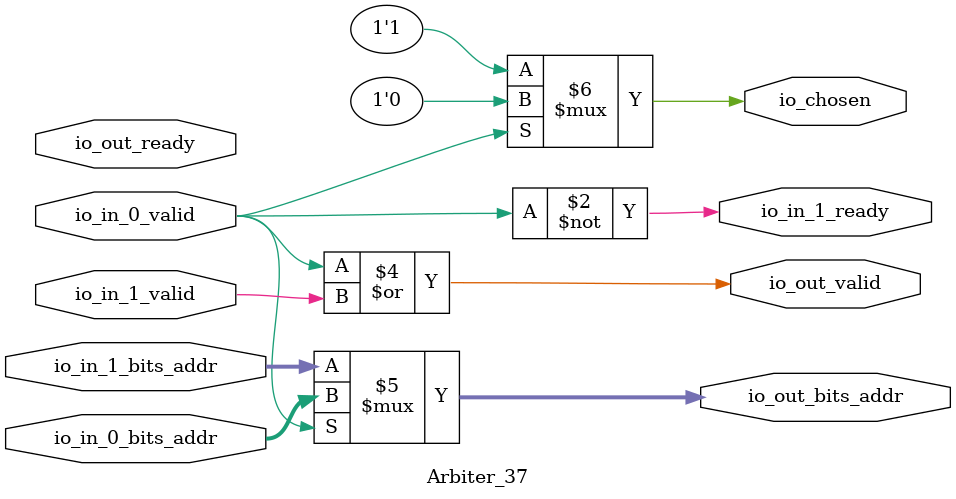
<source format=v>
module Arbiter_37(
  input         io_in_0_valid,
  input  [63:0] io_in_0_bits_addr,
  output        io_in_1_ready,
  input         io_in_1_valid,
  input  [63:0] io_in_1_bits_addr,
  input         io_out_ready,
  output        io_out_valid,
  output [63:0] io_out_bits_addr,
  output        io_chosen
);
  wire  grant_1 = ~io_in_0_valid; // @[Arbiter.scala 46:78]
  assign io_in_1_ready = ~io_in_0_valid; // @[Arbiter.scala 46:78]
  assign io_out_valid = ~grant_1 | io_in_1_valid; // @[Arbiter.scala 150:31]
  assign io_out_bits_addr = io_in_0_valid ? io_in_0_bits_addr : io_in_1_bits_addr; // @[Arbiter.scala 139:15 141:26 143:19]
  assign io_chosen = io_in_0_valid ? 1'h0 : 1'h1; // @[Arbiter.scala 138:13 141:26 142:17]
endmodule

</source>
